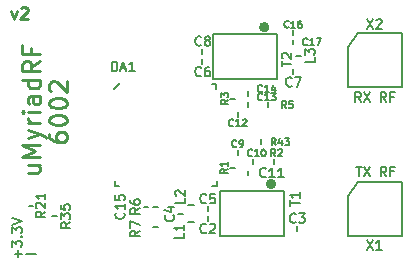
<source format=gto>
G04 (created by PCBNEW (2013-07-07 BZR 4022)-stable) date 24/11/2015 00:30:32*
%MOIN*%
G04 Gerber Fmt 3.4, Leading zero omitted, Abs format*
%FSLAX34Y34*%
G01*
G70*
G90*
G04 APERTURE LIST*
%ADD10C,0.00590551*%
%ADD11C,0.00984252*%
%ADD12C,0.00787402*%
%ADD13C,0.0077*%
%ADD14C,0.0078*%
%ADD15C,0.019685*%
G04 APERTURE END LIST*
G54D10*
G54D11*
X64116Y-52010D02*
X64116Y-52123D01*
X64145Y-52179D01*
X64173Y-52207D01*
X64257Y-52263D01*
X64370Y-52291D01*
X64595Y-52291D01*
X64651Y-52263D01*
X64679Y-52235D01*
X64707Y-52179D01*
X64707Y-52066D01*
X64679Y-52010D01*
X64651Y-51982D01*
X64595Y-51954D01*
X64454Y-51954D01*
X64398Y-51982D01*
X64370Y-52010D01*
X64341Y-52066D01*
X64341Y-52179D01*
X64370Y-52235D01*
X64398Y-52263D01*
X64454Y-52291D01*
X64116Y-51588D02*
X64116Y-51532D01*
X64145Y-51476D01*
X64173Y-51448D01*
X64229Y-51420D01*
X64341Y-51392D01*
X64482Y-51392D01*
X64595Y-51420D01*
X64651Y-51448D01*
X64679Y-51476D01*
X64707Y-51532D01*
X64707Y-51588D01*
X64679Y-51645D01*
X64651Y-51673D01*
X64595Y-51701D01*
X64482Y-51729D01*
X64341Y-51729D01*
X64229Y-51701D01*
X64173Y-51673D01*
X64145Y-51645D01*
X64116Y-51588D01*
X64116Y-51026D02*
X64116Y-50970D01*
X64145Y-50913D01*
X64173Y-50885D01*
X64229Y-50857D01*
X64341Y-50829D01*
X64482Y-50829D01*
X64595Y-50857D01*
X64651Y-50885D01*
X64679Y-50913D01*
X64707Y-50970D01*
X64707Y-51026D01*
X64679Y-51082D01*
X64651Y-51110D01*
X64595Y-51138D01*
X64482Y-51167D01*
X64341Y-51167D01*
X64229Y-51138D01*
X64173Y-51110D01*
X64145Y-51082D01*
X64116Y-51026D01*
X64173Y-50604D02*
X64145Y-50576D01*
X64116Y-50520D01*
X64116Y-50379D01*
X64145Y-50323D01*
X64173Y-50295D01*
X64229Y-50267D01*
X64285Y-50267D01*
X64370Y-50295D01*
X64707Y-50632D01*
X64707Y-50267D01*
X62848Y-47928D02*
X62942Y-48190D01*
X63036Y-47928D01*
X63167Y-47834D02*
X63186Y-47815D01*
X63223Y-47797D01*
X63317Y-47797D01*
X63354Y-47815D01*
X63373Y-47834D01*
X63392Y-47872D01*
X63392Y-47909D01*
X63373Y-47965D01*
X63148Y-48190D01*
X63392Y-48190D01*
X63408Y-53062D02*
X63802Y-53062D01*
X63408Y-53315D02*
X63717Y-53315D01*
X63773Y-53287D01*
X63802Y-53231D01*
X63802Y-53146D01*
X63773Y-53090D01*
X63745Y-53062D01*
X63802Y-52781D02*
X63211Y-52781D01*
X63633Y-52584D01*
X63211Y-52387D01*
X63802Y-52387D01*
X63408Y-52162D02*
X63802Y-52021D01*
X63408Y-51881D02*
X63802Y-52021D01*
X63942Y-52078D01*
X63970Y-52106D01*
X63998Y-52162D01*
X63802Y-51656D02*
X63408Y-51656D01*
X63520Y-51656D02*
X63464Y-51628D01*
X63436Y-51600D01*
X63408Y-51543D01*
X63408Y-51487D01*
X63802Y-51290D02*
X63408Y-51290D01*
X63211Y-51290D02*
X63239Y-51318D01*
X63267Y-51290D01*
X63239Y-51262D01*
X63211Y-51290D01*
X63267Y-51290D01*
X63802Y-50756D02*
X63492Y-50756D01*
X63436Y-50784D01*
X63408Y-50840D01*
X63408Y-50953D01*
X63436Y-51009D01*
X63773Y-50756D02*
X63802Y-50812D01*
X63802Y-50953D01*
X63773Y-51009D01*
X63717Y-51037D01*
X63661Y-51037D01*
X63605Y-51009D01*
X63577Y-50953D01*
X63577Y-50812D01*
X63548Y-50756D01*
X63802Y-50222D02*
X63211Y-50222D01*
X63773Y-50222D02*
X63802Y-50278D01*
X63802Y-50390D01*
X63773Y-50447D01*
X63745Y-50475D01*
X63689Y-50503D01*
X63520Y-50503D01*
X63464Y-50475D01*
X63436Y-50447D01*
X63408Y-50390D01*
X63408Y-50278D01*
X63436Y-50222D01*
X63802Y-49603D02*
X63520Y-49800D01*
X63802Y-49940D02*
X63211Y-49940D01*
X63211Y-49715D01*
X63239Y-49659D01*
X63267Y-49631D01*
X63323Y-49603D01*
X63408Y-49603D01*
X63464Y-49631D01*
X63492Y-49659D01*
X63520Y-49715D01*
X63520Y-49940D01*
X63492Y-49153D02*
X63492Y-49350D01*
X63802Y-49350D02*
X63211Y-49350D01*
X63211Y-49069D01*
G54D12*
X74347Y-53119D02*
X74527Y-53119D01*
X74437Y-53434D02*
X74437Y-53119D01*
X74602Y-53119D02*
X74812Y-53434D01*
X74812Y-53119D02*
X74602Y-53434D01*
X75352Y-53434D02*
X75247Y-53284D01*
X75172Y-53434D02*
X75172Y-53119D01*
X75292Y-53119D01*
X75322Y-53134D01*
X75337Y-53149D01*
X75352Y-53179D01*
X75352Y-53224D01*
X75337Y-53254D01*
X75322Y-53269D01*
X75292Y-53284D01*
X75172Y-53284D01*
X75592Y-53269D02*
X75487Y-53269D01*
X75487Y-53434D02*
X75487Y-53119D01*
X75637Y-53119D01*
X74495Y-50954D02*
X74390Y-50804D01*
X74315Y-50954D02*
X74315Y-50639D01*
X74435Y-50639D01*
X74465Y-50654D01*
X74480Y-50669D01*
X74495Y-50699D01*
X74495Y-50744D01*
X74480Y-50774D01*
X74465Y-50789D01*
X74435Y-50804D01*
X74315Y-50804D01*
X74600Y-50639D02*
X74810Y-50954D01*
X74810Y-50639D02*
X74600Y-50954D01*
X75350Y-50954D02*
X75245Y-50804D01*
X75170Y-50954D02*
X75170Y-50639D01*
X75290Y-50639D01*
X75320Y-50654D01*
X75335Y-50669D01*
X75350Y-50699D01*
X75350Y-50744D01*
X75335Y-50774D01*
X75320Y-50789D01*
X75290Y-50804D01*
X75170Y-50804D01*
X75590Y-50789D02*
X75485Y-50789D01*
X75485Y-50954D02*
X75485Y-50639D01*
X75635Y-50639D01*
X63078Y-56141D02*
X63078Y-55901D01*
X63198Y-56021D02*
X62958Y-56021D01*
X62883Y-55781D02*
X62883Y-55586D01*
X63003Y-55691D01*
X63003Y-55646D01*
X63018Y-55616D01*
X63033Y-55601D01*
X63063Y-55586D01*
X63138Y-55586D01*
X63168Y-55601D01*
X63183Y-55616D01*
X63198Y-55646D01*
X63198Y-55736D01*
X63183Y-55766D01*
X63168Y-55781D01*
X63168Y-55451D02*
X63183Y-55436D01*
X63198Y-55451D01*
X63183Y-55466D01*
X63168Y-55451D01*
X63198Y-55451D01*
X62883Y-55331D02*
X62883Y-55136D01*
X63003Y-55241D01*
X63003Y-55196D01*
X63018Y-55166D01*
X63033Y-55151D01*
X63063Y-55136D01*
X63138Y-55136D01*
X63168Y-55151D01*
X63183Y-55166D01*
X63198Y-55196D01*
X63198Y-55286D01*
X63183Y-55316D01*
X63168Y-55331D01*
X62883Y-55046D02*
X63198Y-54941D01*
X62883Y-54836D01*
G54D13*
X64213Y-54763D02*
X64369Y-54763D01*
X71181Y-52205D02*
X71181Y-52361D01*
X67735Y-55118D02*
X67579Y-55118D01*
X67735Y-54448D02*
X67579Y-54448D01*
X71417Y-50965D02*
X71417Y-51121D01*
X70138Y-53149D02*
X70294Y-53149D01*
X71594Y-52874D02*
X71594Y-53030D01*
X70294Y-50846D02*
X70138Y-50846D01*
X63425Y-54409D02*
X63581Y-54409D01*
X68946Y-54379D02*
X68750Y-54379D01*
X68750Y-54970D02*
X68946Y-54970D01*
X70728Y-50591D02*
X70728Y-50747D01*
X70728Y-50965D02*
X70728Y-51121D01*
X70393Y-51299D02*
X70393Y-51455D01*
X69399Y-54439D02*
X69399Y-54595D01*
X72381Y-55099D02*
X72381Y-55255D01*
X69202Y-49203D02*
X69202Y-49359D01*
X68406Y-54675D02*
X68562Y-54675D01*
X69202Y-49538D02*
X69202Y-49694D01*
X70905Y-52874D02*
X70905Y-53030D01*
X70393Y-52559D02*
X70393Y-52715D01*
X67420Y-54448D02*
X67264Y-54448D01*
X72244Y-49862D02*
X72244Y-50018D01*
X69399Y-54754D02*
X69399Y-54910D01*
X70748Y-53248D02*
X70748Y-53404D01*
G54D12*
X74055Y-55433D02*
X74055Y-54094D01*
X74055Y-54094D02*
X74409Y-53622D01*
X75511Y-55433D02*
X75866Y-55433D01*
X75866Y-55433D02*
X75866Y-55196D01*
X75866Y-53622D02*
X74409Y-53622D01*
X74055Y-55433D02*
X75511Y-55433D01*
X75866Y-55196D02*
X75866Y-53622D01*
X74055Y-50472D02*
X74055Y-49133D01*
X74055Y-49133D02*
X74409Y-48661D01*
X75511Y-50472D02*
X75866Y-50472D01*
X75866Y-50472D02*
X75866Y-50236D01*
X75866Y-48661D02*
X74409Y-48661D01*
X74055Y-50472D02*
X75511Y-50472D01*
X75866Y-50236D02*
X75866Y-48661D01*
G54D14*
X66296Y-53606D02*
X66296Y-53768D01*
X66296Y-53768D02*
X66453Y-53768D01*
X69691Y-53765D02*
X69535Y-53765D01*
X69691Y-53603D02*
X69691Y-53765D01*
X69523Y-50356D02*
X69686Y-50356D01*
X69686Y-50356D02*
X69686Y-50513D01*
X66257Y-50528D02*
X66468Y-50317D01*
G54D12*
X63661Y-56023D02*
X63346Y-56023D01*
G54D15*
X71584Y-53690D02*
G75*
G03X71584Y-53690I-78J0D01*
G74*
G01*
G54D12*
X71938Y-55423D02*
X69812Y-55423D01*
X71938Y-53927D02*
X69812Y-53927D01*
X71938Y-53927D02*
X71938Y-55423D01*
X69812Y-55423D02*
X69812Y-53927D01*
G54D15*
X71358Y-48464D02*
G75*
G03X71358Y-48464I-78J0D01*
G74*
G01*
G54D12*
X71712Y-50196D02*
X69586Y-50196D01*
X71712Y-48700D02*
X69586Y-48700D01*
X71712Y-48700D02*
X71712Y-50196D01*
X69586Y-50196D02*
X69586Y-48700D01*
G54D13*
X72519Y-49409D02*
X72323Y-49409D01*
X72244Y-48719D02*
X72244Y-48563D01*
X72244Y-49034D02*
X72244Y-48878D01*
G54D12*
X64812Y-54966D02*
X64662Y-55071D01*
X64812Y-55146D02*
X64497Y-55146D01*
X64497Y-55026D01*
X64512Y-54996D01*
X64527Y-54981D01*
X64557Y-54966D01*
X64602Y-54966D01*
X64632Y-54981D01*
X64647Y-54996D01*
X64662Y-55026D01*
X64662Y-55146D01*
X64497Y-54861D02*
X64497Y-54666D01*
X64617Y-54771D01*
X64617Y-54726D01*
X64632Y-54696D01*
X64647Y-54681D01*
X64677Y-54666D01*
X64752Y-54666D01*
X64782Y-54681D01*
X64797Y-54696D01*
X64812Y-54726D01*
X64812Y-54816D01*
X64797Y-54846D01*
X64782Y-54861D01*
X64497Y-54381D02*
X64497Y-54531D01*
X64647Y-54546D01*
X64632Y-54531D01*
X64617Y-54501D01*
X64617Y-54426D01*
X64632Y-54396D01*
X64647Y-54381D01*
X64677Y-54366D01*
X64752Y-54366D01*
X64782Y-54381D01*
X64797Y-54396D01*
X64812Y-54426D01*
X64812Y-54501D01*
X64797Y-54531D01*
X64782Y-54546D01*
G54D10*
X71659Y-52398D02*
X71580Y-52286D01*
X71524Y-52398D02*
X71524Y-52162D01*
X71614Y-52162D01*
X71636Y-52173D01*
X71647Y-52185D01*
X71659Y-52207D01*
X71659Y-52241D01*
X71647Y-52263D01*
X71636Y-52275D01*
X71614Y-52286D01*
X71524Y-52286D01*
X71861Y-52241D02*
X71861Y-52398D01*
X71805Y-52151D02*
X71749Y-52320D01*
X71895Y-52320D01*
X71962Y-52162D02*
X72109Y-52162D01*
X72030Y-52252D01*
X72064Y-52252D01*
X72086Y-52263D01*
X72097Y-52275D01*
X72109Y-52297D01*
X72109Y-52353D01*
X72097Y-52376D01*
X72086Y-52387D01*
X72064Y-52398D01*
X71996Y-52398D01*
X71974Y-52387D01*
X71962Y-52376D01*
G54D12*
X67135Y-55249D02*
X66985Y-55354D01*
X67135Y-55429D02*
X66820Y-55429D01*
X66820Y-55309D01*
X66835Y-55279D01*
X66850Y-55264D01*
X66880Y-55249D01*
X66925Y-55249D01*
X66955Y-55264D01*
X66970Y-55279D01*
X66985Y-55309D01*
X66985Y-55429D01*
X66820Y-55144D02*
X66820Y-54934D01*
X67135Y-55069D01*
X67135Y-54501D02*
X66985Y-54606D01*
X67135Y-54681D02*
X66820Y-54681D01*
X66820Y-54561D01*
X66835Y-54531D01*
X66850Y-54516D01*
X66880Y-54501D01*
X66925Y-54501D01*
X66955Y-54516D01*
X66970Y-54531D01*
X66985Y-54561D01*
X66985Y-54681D01*
X66820Y-54231D02*
X66820Y-54291D01*
X66835Y-54321D01*
X66850Y-54336D01*
X66895Y-54366D01*
X66955Y-54381D01*
X67075Y-54381D01*
X67105Y-54366D01*
X67120Y-54351D01*
X67135Y-54321D01*
X67135Y-54261D01*
X67120Y-54231D01*
X67105Y-54216D01*
X67075Y-54201D01*
X67000Y-54201D01*
X66970Y-54216D01*
X66955Y-54231D01*
X66940Y-54261D01*
X66940Y-54321D01*
X66955Y-54351D01*
X66970Y-54366D01*
X67000Y-54381D01*
G54D10*
X72007Y-51158D02*
X71929Y-51046D01*
X71872Y-51158D02*
X71872Y-50922D01*
X71962Y-50922D01*
X71985Y-50933D01*
X71996Y-50944D01*
X72007Y-50967D01*
X72007Y-51001D01*
X71996Y-51023D01*
X71985Y-51034D01*
X71962Y-51046D01*
X71872Y-51046D01*
X72221Y-50922D02*
X72109Y-50922D01*
X72097Y-51034D01*
X72109Y-51023D01*
X72131Y-51012D01*
X72187Y-51012D01*
X72210Y-51023D01*
X72221Y-51034D01*
X72232Y-51057D01*
X72232Y-51113D01*
X72221Y-51136D01*
X72210Y-51147D01*
X72187Y-51158D01*
X72131Y-51158D01*
X72109Y-51147D01*
X72097Y-51136D01*
X70056Y-53188D02*
X69943Y-53267D01*
X70056Y-53323D02*
X69820Y-53323D01*
X69820Y-53233D01*
X69831Y-53211D01*
X69842Y-53200D01*
X69865Y-53188D01*
X69898Y-53188D01*
X69921Y-53200D01*
X69932Y-53211D01*
X69943Y-53233D01*
X69943Y-53323D01*
X70056Y-52964D02*
X70056Y-53098D01*
X70056Y-53031D02*
X69820Y-53031D01*
X69853Y-53053D01*
X69876Y-53076D01*
X69887Y-53098D01*
X71653Y-52772D02*
X71574Y-52660D01*
X71518Y-52772D02*
X71518Y-52536D01*
X71608Y-52536D01*
X71631Y-52547D01*
X71642Y-52559D01*
X71653Y-52581D01*
X71653Y-52615D01*
X71642Y-52637D01*
X71631Y-52649D01*
X71608Y-52660D01*
X71518Y-52660D01*
X71743Y-52559D02*
X71754Y-52547D01*
X71777Y-52536D01*
X71833Y-52536D01*
X71856Y-52547D01*
X71867Y-52559D01*
X71878Y-52581D01*
X71878Y-52604D01*
X71867Y-52637D01*
X71732Y-52772D01*
X71878Y-52772D01*
X70075Y-50885D02*
X69963Y-50964D01*
X70075Y-51020D02*
X69839Y-51020D01*
X69839Y-50930D01*
X69850Y-50908D01*
X69862Y-50897D01*
X69884Y-50885D01*
X69918Y-50885D01*
X69940Y-50897D01*
X69952Y-50908D01*
X69963Y-50930D01*
X69963Y-51020D01*
X69839Y-50807D02*
X69839Y-50660D01*
X69929Y-50739D01*
X69929Y-50705D01*
X69940Y-50683D01*
X69952Y-50672D01*
X69974Y-50660D01*
X70030Y-50660D01*
X70053Y-50672D01*
X70064Y-50683D01*
X70075Y-50705D01*
X70075Y-50773D01*
X70064Y-50795D01*
X70053Y-50807D01*
G54D12*
X63985Y-54611D02*
X63835Y-54716D01*
X63985Y-54791D02*
X63670Y-54791D01*
X63670Y-54671D01*
X63685Y-54641D01*
X63700Y-54626D01*
X63730Y-54611D01*
X63775Y-54611D01*
X63805Y-54626D01*
X63820Y-54641D01*
X63835Y-54671D01*
X63835Y-54791D01*
X63700Y-54491D02*
X63685Y-54476D01*
X63670Y-54446D01*
X63670Y-54371D01*
X63685Y-54341D01*
X63700Y-54326D01*
X63730Y-54311D01*
X63760Y-54311D01*
X63805Y-54326D01*
X63985Y-54506D01*
X63985Y-54311D01*
X63985Y-54011D02*
X63985Y-54191D01*
X63985Y-54101D02*
X63670Y-54101D01*
X63715Y-54131D01*
X63745Y-54161D01*
X63760Y-54191D01*
X68631Y-54166D02*
X68631Y-54316D01*
X68316Y-54316D01*
X68346Y-54076D02*
X68331Y-54061D01*
X68316Y-54031D01*
X68316Y-53956D01*
X68331Y-53926D01*
X68346Y-53911D01*
X68376Y-53896D01*
X68406Y-53896D01*
X68451Y-53911D01*
X68631Y-54091D01*
X68631Y-53896D01*
X68592Y-55328D02*
X68592Y-55478D01*
X68277Y-55478D01*
X68592Y-55058D02*
X68592Y-55238D01*
X68592Y-55148D02*
X68277Y-55148D01*
X68322Y-55178D01*
X68352Y-55208D01*
X68367Y-55238D01*
G54D10*
X71206Y-50604D02*
X71195Y-50615D01*
X71161Y-50627D01*
X71138Y-50627D01*
X71105Y-50615D01*
X71082Y-50593D01*
X71071Y-50570D01*
X71060Y-50525D01*
X71060Y-50492D01*
X71071Y-50447D01*
X71082Y-50424D01*
X71105Y-50402D01*
X71138Y-50390D01*
X71161Y-50390D01*
X71195Y-50402D01*
X71206Y-50413D01*
X71431Y-50627D02*
X71296Y-50627D01*
X71363Y-50627D02*
X71363Y-50390D01*
X71341Y-50424D01*
X71318Y-50447D01*
X71296Y-50458D01*
X71633Y-50469D02*
X71633Y-50627D01*
X71577Y-50379D02*
X71521Y-50548D01*
X71667Y-50548D01*
X71206Y-50880D02*
X71195Y-50891D01*
X71161Y-50902D01*
X71138Y-50902D01*
X71105Y-50891D01*
X71082Y-50868D01*
X71071Y-50846D01*
X71060Y-50801D01*
X71060Y-50767D01*
X71071Y-50722D01*
X71082Y-50700D01*
X71105Y-50677D01*
X71138Y-50666D01*
X71161Y-50666D01*
X71195Y-50677D01*
X71206Y-50688D01*
X71431Y-50902D02*
X71296Y-50902D01*
X71363Y-50902D02*
X71363Y-50666D01*
X71341Y-50700D01*
X71318Y-50722D01*
X71296Y-50733D01*
X71510Y-50666D02*
X71656Y-50666D01*
X71577Y-50756D01*
X71611Y-50756D01*
X71633Y-50767D01*
X71645Y-50778D01*
X71656Y-50801D01*
X71656Y-50857D01*
X71645Y-50880D01*
X71633Y-50891D01*
X71611Y-50902D01*
X71543Y-50902D01*
X71521Y-50891D01*
X71510Y-50880D01*
X70241Y-51746D02*
X70230Y-51757D01*
X70196Y-51768D01*
X70174Y-51768D01*
X70140Y-51757D01*
X70118Y-51735D01*
X70106Y-51712D01*
X70095Y-51667D01*
X70095Y-51633D01*
X70106Y-51588D01*
X70118Y-51566D01*
X70140Y-51543D01*
X70174Y-51532D01*
X70196Y-51532D01*
X70230Y-51543D01*
X70241Y-51555D01*
X70466Y-51768D02*
X70331Y-51768D01*
X70399Y-51768D02*
X70399Y-51532D01*
X70376Y-51566D01*
X70354Y-51588D01*
X70331Y-51600D01*
X70556Y-51555D02*
X70568Y-51543D01*
X70590Y-51532D01*
X70646Y-51532D01*
X70669Y-51543D01*
X70680Y-51555D01*
X70691Y-51577D01*
X70691Y-51600D01*
X70680Y-51633D01*
X70545Y-51768D01*
X70691Y-51768D01*
G54D12*
X69337Y-54310D02*
X69322Y-54325D01*
X69277Y-54340D01*
X69247Y-54340D01*
X69202Y-54325D01*
X69172Y-54295D01*
X69157Y-54265D01*
X69142Y-54205D01*
X69142Y-54160D01*
X69157Y-54100D01*
X69172Y-54070D01*
X69202Y-54040D01*
X69247Y-54025D01*
X69277Y-54025D01*
X69322Y-54040D01*
X69337Y-54055D01*
X69622Y-54025D02*
X69472Y-54025D01*
X69457Y-54175D01*
X69472Y-54160D01*
X69502Y-54145D01*
X69577Y-54145D01*
X69607Y-54160D01*
X69622Y-54175D01*
X69637Y-54205D01*
X69637Y-54280D01*
X69622Y-54310D01*
X69607Y-54325D01*
X69577Y-54340D01*
X69502Y-54340D01*
X69472Y-54325D01*
X69457Y-54310D01*
X72329Y-54959D02*
X72314Y-54974D01*
X72269Y-54989D01*
X72239Y-54989D01*
X72194Y-54974D01*
X72164Y-54944D01*
X72149Y-54914D01*
X72134Y-54854D01*
X72134Y-54809D01*
X72149Y-54749D01*
X72164Y-54719D01*
X72194Y-54689D01*
X72239Y-54674D01*
X72269Y-54674D01*
X72314Y-54689D01*
X72329Y-54704D01*
X72434Y-54674D02*
X72629Y-54674D01*
X72524Y-54794D01*
X72569Y-54794D01*
X72599Y-54809D01*
X72614Y-54824D01*
X72629Y-54854D01*
X72629Y-54929D01*
X72614Y-54959D01*
X72599Y-54974D01*
X72569Y-54989D01*
X72479Y-54989D01*
X72449Y-54974D01*
X72434Y-54959D01*
X69179Y-49054D02*
X69164Y-49069D01*
X69119Y-49084D01*
X69089Y-49084D01*
X69044Y-49069D01*
X69014Y-49039D01*
X68999Y-49009D01*
X68984Y-48949D01*
X68984Y-48904D01*
X68999Y-48844D01*
X69014Y-48814D01*
X69044Y-48784D01*
X69089Y-48769D01*
X69119Y-48769D01*
X69164Y-48784D01*
X69179Y-48799D01*
X69359Y-48904D02*
X69329Y-48889D01*
X69314Y-48874D01*
X69299Y-48844D01*
X69299Y-48829D01*
X69314Y-48799D01*
X69329Y-48784D01*
X69359Y-48769D01*
X69419Y-48769D01*
X69449Y-48784D01*
X69464Y-48799D01*
X69479Y-48829D01*
X69479Y-48844D01*
X69464Y-48874D01*
X69449Y-48889D01*
X69419Y-48904D01*
X69359Y-48904D01*
X69329Y-48919D01*
X69314Y-48934D01*
X69299Y-48964D01*
X69299Y-49024D01*
X69314Y-49054D01*
X69329Y-49069D01*
X69359Y-49084D01*
X69419Y-49084D01*
X69449Y-49069D01*
X69464Y-49054D01*
X69479Y-49024D01*
X69479Y-48964D01*
X69464Y-48934D01*
X69449Y-48919D01*
X69419Y-48904D01*
X68247Y-54737D02*
X68262Y-54752D01*
X68277Y-54797D01*
X68277Y-54827D01*
X68262Y-54872D01*
X68232Y-54902D01*
X68202Y-54917D01*
X68142Y-54932D01*
X68097Y-54932D01*
X68037Y-54917D01*
X68007Y-54902D01*
X67977Y-54872D01*
X67962Y-54827D01*
X67962Y-54797D01*
X67977Y-54752D01*
X67992Y-54737D01*
X68067Y-54467D02*
X68277Y-54467D01*
X67947Y-54542D02*
X68172Y-54617D01*
X68172Y-54422D01*
X69179Y-50077D02*
X69164Y-50092D01*
X69119Y-50107D01*
X69089Y-50107D01*
X69044Y-50092D01*
X69014Y-50062D01*
X68999Y-50032D01*
X68984Y-49972D01*
X68984Y-49927D01*
X68999Y-49867D01*
X69014Y-49837D01*
X69044Y-49807D01*
X69089Y-49792D01*
X69119Y-49792D01*
X69164Y-49807D01*
X69179Y-49822D01*
X69449Y-49792D02*
X69389Y-49792D01*
X69359Y-49807D01*
X69344Y-49822D01*
X69314Y-49867D01*
X69299Y-49927D01*
X69299Y-50047D01*
X69314Y-50077D01*
X69329Y-50092D01*
X69359Y-50107D01*
X69419Y-50107D01*
X69449Y-50092D01*
X69464Y-50077D01*
X69479Y-50047D01*
X69479Y-49972D01*
X69464Y-49942D01*
X69449Y-49927D01*
X69419Y-49912D01*
X69359Y-49912D01*
X69329Y-49927D01*
X69314Y-49942D01*
X69299Y-49972D01*
G54D10*
X70871Y-52750D02*
X70860Y-52761D01*
X70826Y-52772D01*
X70804Y-52772D01*
X70770Y-52761D01*
X70748Y-52739D01*
X70736Y-52716D01*
X70725Y-52671D01*
X70725Y-52637D01*
X70736Y-52592D01*
X70748Y-52570D01*
X70770Y-52547D01*
X70804Y-52536D01*
X70826Y-52536D01*
X70860Y-52547D01*
X70871Y-52559D01*
X71096Y-52772D02*
X70961Y-52772D01*
X71029Y-52772D02*
X71029Y-52536D01*
X71006Y-52570D01*
X70984Y-52592D01*
X70961Y-52604D01*
X71242Y-52536D02*
X71265Y-52536D01*
X71287Y-52547D01*
X71299Y-52559D01*
X71310Y-52581D01*
X71321Y-52626D01*
X71321Y-52682D01*
X71310Y-52727D01*
X71299Y-52750D01*
X71287Y-52761D01*
X71265Y-52772D01*
X71242Y-52772D01*
X71220Y-52761D01*
X71209Y-52750D01*
X71197Y-52727D01*
X71186Y-52682D01*
X71186Y-52626D01*
X71197Y-52581D01*
X71209Y-52559D01*
X71220Y-52547D01*
X71242Y-52536D01*
X70354Y-52435D02*
X70343Y-52446D01*
X70309Y-52457D01*
X70286Y-52457D01*
X70253Y-52446D01*
X70230Y-52424D01*
X70219Y-52401D01*
X70208Y-52356D01*
X70208Y-52322D01*
X70219Y-52277D01*
X70230Y-52255D01*
X70253Y-52232D01*
X70286Y-52221D01*
X70309Y-52221D01*
X70343Y-52232D01*
X70354Y-52244D01*
X70466Y-52457D02*
X70511Y-52457D01*
X70534Y-52446D01*
X70545Y-52435D01*
X70568Y-52401D01*
X70579Y-52356D01*
X70579Y-52266D01*
X70568Y-52244D01*
X70556Y-52232D01*
X70534Y-52221D01*
X70489Y-52221D01*
X70466Y-52232D01*
X70455Y-52244D01*
X70444Y-52266D01*
X70444Y-52322D01*
X70455Y-52345D01*
X70466Y-52356D01*
X70489Y-52367D01*
X70534Y-52367D01*
X70556Y-52356D01*
X70568Y-52345D01*
X70579Y-52322D01*
G54D12*
X66593Y-54651D02*
X66608Y-54666D01*
X66623Y-54711D01*
X66623Y-54741D01*
X66608Y-54786D01*
X66578Y-54816D01*
X66548Y-54831D01*
X66488Y-54846D01*
X66443Y-54846D01*
X66383Y-54831D01*
X66353Y-54816D01*
X66323Y-54786D01*
X66308Y-54741D01*
X66308Y-54711D01*
X66323Y-54666D01*
X66338Y-54651D01*
X66623Y-54351D02*
X66623Y-54531D01*
X66623Y-54441D02*
X66308Y-54441D01*
X66353Y-54471D01*
X66383Y-54501D01*
X66398Y-54531D01*
X66308Y-54066D02*
X66308Y-54216D01*
X66458Y-54231D01*
X66443Y-54216D01*
X66428Y-54186D01*
X66428Y-54111D01*
X66443Y-54081D01*
X66458Y-54066D01*
X66488Y-54051D01*
X66563Y-54051D01*
X66593Y-54066D01*
X66608Y-54081D01*
X66623Y-54111D01*
X66623Y-54186D01*
X66608Y-54216D01*
X66593Y-54231D01*
X72191Y-50412D02*
X72176Y-50427D01*
X72131Y-50442D01*
X72101Y-50442D01*
X72056Y-50427D01*
X72026Y-50397D01*
X72011Y-50367D01*
X71996Y-50307D01*
X71996Y-50262D01*
X72011Y-50202D01*
X72026Y-50172D01*
X72056Y-50142D01*
X72101Y-50127D01*
X72131Y-50127D01*
X72176Y-50142D01*
X72191Y-50157D01*
X72296Y-50127D02*
X72506Y-50127D01*
X72371Y-50442D01*
X69337Y-55294D02*
X69322Y-55309D01*
X69277Y-55324D01*
X69247Y-55324D01*
X69202Y-55309D01*
X69172Y-55279D01*
X69157Y-55249D01*
X69142Y-55189D01*
X69142Y-55144D01*
X69157Y-55084D01*
X69172Y-55054D01*
X69202Y-55024D01*
X69247Y-55009D01*
X69277Y-55009D01*
X69322Y-55024D01*
X69337Y-55039D01*
X69457Y-55039D02*
X69472Y-55024D01*
X69502Y-55009D01*
X69577Y-55009D01*
X69607Y-55024D01*
X69622Y-55039D01*
X69637Y-55069D01*
X69637Y-55099D01*
X69622Y-55144D01*
X69442Y-55324D01*
X69637Y-55324D01*
X71332Y-53443D02*
X71317Y-53458D01*
X71272Y-53473D01*
X71242Y-53473D01*
X71197Y-53458D01*
X71167Y-53428D01*
X71152Y-53398D01*
X71137Y-53338D01*
X71137Y-53293D01*
X71152Y-53233D01*
X71167Y-53203D01*
X71197Y-53173D01*
X71242Y-53158D01*
X71272Y-53158D01*
X71317Y-53173D01*
X71332Y-53188D01*
X71632Y-53473D02*
X71452Y-53473D01*
X71542Y-53473D02*
X71542Y-53158D01*
X71512Y-53203D01*
X71482Y-53233D01*
X71452Y-53248D01*
X71932Y-53473D02*
X71752Y-53473D01*
X71842Y-53473D02*
X71842Y-53158D01*
X71812Y-53203D01*
X71782Y-53233D01*
X71752Y-53248D01*
X74705Y-55560D02*
X74915Y-55875D01*
X74915Y-55560D02*
X74705Y-55875D01*
X75200Y-55875D02*
X75020Y-55875D01*
X75110Y-55875D02*
X75110Y-55560D01*
X75080Y-55605D01*
X75050Y-55635D01*
X75020Y-55650D01*
X74705Y-48198D02*
X74915Y-48513D01*
X74915Y-48198D02*
X74705Y-48513D01*
X75020Y-48228D02*
X75035Y-48213D01*
X75065Y-48198D01*
X75140Y-48198D01*
X75170Y-48213D01*
X75185Y-48228D01*
X75200Y-48258D01*
X75200Y-48288D01*
X75185Y-48333D01*
X75005Y-48513D01*
X75200Y-48513D01*
X66207Y-49930D02*
X66207Y-49615D01*
X66282Y-49615D01*
X66327Y-49630D01*
X66357Y-49660D01*
X66372Y-49690D01*
X66387Y-49750D01*
X66387Y-49795D01*
X66372Y-49855D01*
X66357Y-49885D01*
X66327Y-49915D01*
X66282Y-49930D01*
X66207Y-49930D01*
X66507Y-49840D02*
X66657Y-49840D01*
X66477Y-49930D02*
X66582Y-49615D01*
X66687Y-49930D01*
X66957Y-49930D02*
X66777Y-49930D01*
X66867Y-49930D02*
X66867Y-49615D01*
X66837Y-49660D01*
X66807Y-49690D01*
X66777Y-49705D01*
X72145Y-54413D02*
X72145Y-54233D01*
X72460Y-54323D02*
X72145Y-54323D01*
X72460Y-53963D02*
X72460Y-54143D01*
X72460Y-54053D02*
X72145Y-54053D01*
X72190Y-54083D01*
X72220Y-54113D01*
X72235Y-54143D01*
X71859Y-49767D02*
X71859Y-49587D01*
X72174Y-49677D02*
X71859Y-49677D01*
X71889Y-49497D02*
X71874Y-49482D01*
X71859Y-49452D01*
X71859Y-49377D01*
X71874Y-49347D01*
X71889Y-49332D01*
X71919Y-49317D01*
X71949Y-49317D01*
X71994Y-49332D01*
X72174Y-49512D01*
X72174Y-49317D01*
X72962Y-49461D02*
X72962Y-49611D01*
X72647Y-49611D01*
X72647Y-49386D02*
X72647Y-49191D01*
X72767Y-49296D01*
X72767Y-49251D01*
X72782Y-49221D01*
X72797Y-49206D01*
X72827Y-49191D01*
X72902Y-49191D01*
X72932Y-49206D01*
X72947Y-49221D01*
X72962Y-49251D01*
X72962Y-49341D01*
X72947Y-49371D01*
X72932Y-49386D01*
G54D10*
X72092Y-48458D02*
X72080Y-48470D01*
X72047Y-48481D01*
X72024Y-48481D01*
X71991Y-48470D01*
X71968Y-48447D01*
X71957Y-48425D01*
X71946Y-48380D01*
X71946Y-48346D01*
X71957Y-48301D01*
X71968Y-48278D01*
X71991Y-48256D01*
X72024Y-48245D01*
X72047Y-48245D01*
X72080Y-48256D01*
X72092Y-48267D01*
X72317Y-48481D02*
X72182Y-48481D01*
X72249Y-48481D02*
X72249Y-48245D01*
X72227Y-48278D01*
X72204Y-48301D01*
X72182Y-48312D01*
X72519Y-48245D02*
X72474Y-48245D01*
X72452Y-48256D01*
X72440Y-48267D01*
X72418Y-48301D01*
X72407Y-48346D01*
X72407Y-48436D01*
X72418Y-48458D01*
X72429Y-48470D01*
X72452Y-48481D01*
X72497Y-48481D01*
X72519Y-48470D01*
X72530Y-48458D01*
X72542Y-48436D01*
X72542Y-48380D01*
X72530Y-48357D01*
X72519Y-48346D01*
X72497Y-48335D01*
X72452Y-48335D01*
X72429Y-48346D01*
X72418Y-48357D01*
X72407Y-48380D01*
X72722Y-49049D02*
X72710Y-49060D01*
X72677Y-49071D01*
X72654Y-49071D01*
X72620Y-49060D01*
X72598Y-49038D01*
X72587Y-49015D01*
X72575Y-48970D01*
X72575Y-48937D01*
X72587Y-48892D01*
X72598Y-48869D01*
X72620Y-48847D01*
X72654Y-48835D01*
X72677Y-48835D01*
X72710Y-48847D01*
X72722Y-48858D01*
X72947Y-49071D02*
X72812Y-49071D01*
X72879Y-49071D02*
X72879Y-48835D01*
X72857Y-48869D01*
X72834Y-48892D01*
X72812Y-48903D01*
X73025Y-48835D02*
X73183Y-48835D01*
X73082Y-49071D01*
M02*

</source>
